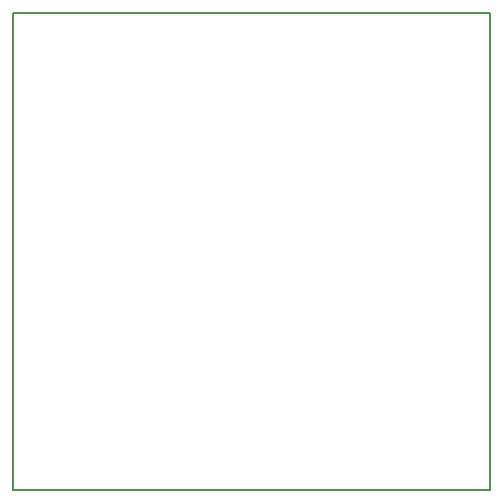
<source format=gbr>
G04 #@! TF.FileFunction,Profile,NP*
%FSLAX46Y46*%
G04 Gerber Fmt 4.6, Leading zero omitted, Abs format (unit mm)*
G04 Created by KiCad (PCBNEW 4.0.1-stable) date 8. 8. 2016 15:38:06*
%MOMM*%
G01*
G04 APERTURE LIST*
%ADD10C,0.100000*%
%ADD11C,0.150000*%
G04 APERTURE END LIST*
D10*
D11*
X127127000Y-116713000D02*
X127127000Y-76327000D01*
X167513000Y-116713000D02*
X127127000Y-116713000D01*
X167513000Y-76327000D02*
X167513000Y-116713000D01*
X127127000Y-76327000D02*
X167513000Y-76327000D01*
M02*

</source>
